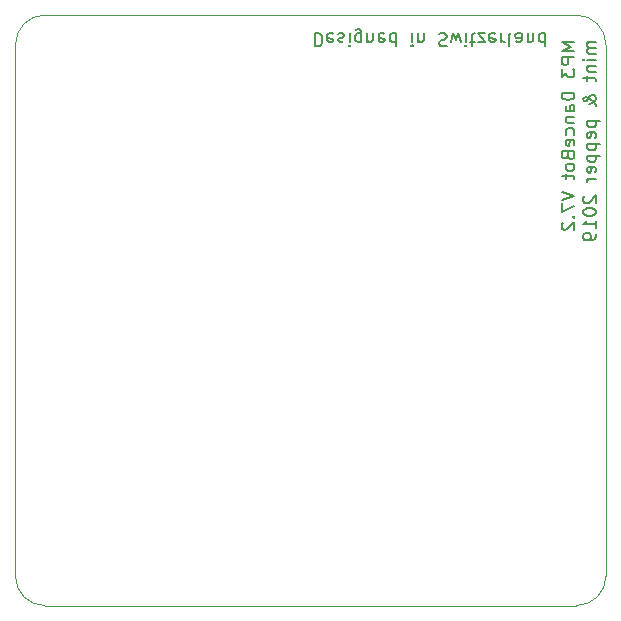
<source format=gbr>
G04 #@! TF.GenerationSoftware,KiCad,Pcbnew,(5.1.4)-1*
G04 #@! TF.CreationDate,2019-12-16T12:13:05+01:00*
G04 #@! TF.ProjectId,dancebots-pcb,64616e63-6562-46f7-9473-2d7063622e6b,rev?*
G04 #@! TF.SameCoordinates,PX5f5e100PY8f0d180*
G04 #@! TF.FileFunction,Legend,Bot*
G04 #@! TF.FilePolarity,Positive*
%FSLAX46Y46*%
G04 Gerber Fmt 4.6, Leading zero omitted, Abs format (unit mm)*
G04 Created by KiCad (PCBNEW (5.1.4)-1) date 2019-12-16 12:13:05*
%MOMM*%
%LPD*%
G04 APERTURE LIST*
%ADD10C,0.170000*%
%ADD11C,0.100000*%
G04 APERTURE END LIST*
D10*
X25357142Y48447620D02*
X25357142Y47347620D01*
X25619047Y47347620D01*
X25776190Y47400000D01*
X25880952Y47504762D01*
X25933333Y47609524D01*
X25985714Y47819048D01*
X25985714Y47976191D01*
X25933333Y48185715D01*
X25880952Y48290477D01*
X25776190Y48395239D01*
X25619047Y48447620D01*
X25357142Y48447620D01*
X26876190Y48395239D02*
X26771428Y48447620D01*
X26561904Y48447620D01*
X26457142Y48395239D01*
X26404761Y48290477D01*
X26404761Y47871429D01*
X26457142Y47766667D01*
X26561904Y47714286D01*
X26771428Y47714286D01*
X26876190Y47766667D01*
X26928571Y47871429D01*
X26928571Y47976191D01*
X26404761Y48080953D01*
X27347619Y48395239D02*
X27452380Y48447620D01*
X27661904Y48447620D01*
X27766666Y48395239D01*
X27819047Y48290477D01*
X27819047Y48238096D01*
X27766666Y48133334D01*
X27661904Y48080953D01*
X27504761Y48080953D01*
X27400000Y48028572D01*
X27347619Y47923810D01*
X27347619Y47871429D01*
X27400000Y47766667D01*
X27504761Y47714286D01*
X27661904Y47714286D01*
X27766666Y47766667D01*
X28290476Y48447620D02*
X28290476Y47714286D01*
X28290476Y47347620D02*
X28238095Y47400000D01*
X28290476Y47452381D01*
X28342857Y47400000D01*
X28290476Y47347620D01*
X28290476Y47452381D01*
X29285714Y47714286D02*
X29285714Y48604762D01*
X29233333Y48709524D01*
X29180952Y48761905D01*
X29076190Y48814286D01*
X28919047Y48814286D01*
X28814285Y48761905D01*
X29285714Y48395239D02*
X29180952Y48447620D01*
X28971428Y48447620D01*
X28866666Y48395239D01*
X28814285Y48342858D01*
X28761904Y48238096D01*
X28761904Y47923810D01*
X28814285Y47819048D01*
X28866666Y47766667D01*
X28971428Y47714286D01*
X29180952Y47714286D01*
X29285714Y47766667D01*
X29809523Y47714286D02*
X29809523Y48447620D01*
X29809523Y47819048D02*
X29861904Y47766667D01*
X29966666Y47714286D01*
X30123809Y47714286D01*
X30228571Y47766667D01*
X30280952Y47871429D01*
X30280952Y48447620D01*
X31223809Y48395239D02*
X31119047Y48447620D01*
X30909523Y48447620D01*
X30804761Y48395239D01*
X30752380Y48290477D01*
X30752380Y47871429D01*
X30804761Y47766667D01*
X30909523Y47714286D01*
X31119047Y47714286D01*
X31223809Y47766667D01*
X31276190Y47871429D01*
X31276190Y47976191D01*
X30752380Y48080953D01*
X32219047Y48447620D02*
X32219047Y47347620D01*
X32219047Y48395239D02*
X32114285Y48447620D01*
X31904761Y48447620D01*
X31800000Y48395239D01*
X31747619Y48342858D01*
X31695238Y48238096D01*
X31695238Y47923810D01*
X31747619Y47819048D01*
X31800000Y47766667D01*
X31904761Y47714286D01*
X32114285Y47714286D01*
X32219047Y47766667D01*
X33580952Y48447620D02*
X33580952Y47714286D01*
X33580952Y47347620D02*
X33528571Y47400000D01*
X33580952Y47452381D01*
X33633333Y47400000D01*
X33580952Y47347620D01*
X33580952Y47452381D01*
X34104761Y47714286D02*
X34104761Y48447620D01*
X34104761Y47819048D02*
X34157142Y47766667D01*
X34261904Y47714286D01*
X34419047Y47714286D01*
X34523809Y47766667D01*
X34576190Y47871429D01*
X34576190Y48447620D01*
X35885714Y48395239D02*
X36042857Y48447620D01*
X36304761Y48447620D01*
X36409523Y48395239D01*
X36461904Y48342858D01*
X36514285Y48238096D01*
X36514285Y48133334D01*
X36461904Y48028572D01*
X36409523Y47976191D01*
X36304761Y47923810D01*
X36095238Y47871429D01*
X35990476Y47819048D01*
X35938095Y47766667D01*
X35885714Y47661905D01*
X35885714Y47557143D01*
X35938095Y47452381D01*
X35990476Y47400000D01*
X36095238Y47347620D01*
X36357142Y47347620D01*
X36514285Y47400000D01*
X36880952Y47714286D02*
X37090476Y48447620D01*
X37300000Y47923810D01*
X37509523Y48447620D01*
X37719047Y47714286D01*
X38138095Y48447620D02*
X38138095Y47714286D01*
X38138095Y47347620D02*
X38085714Y47400000D01*
X38138095Y47452381D01*
X38190476Y47400000D01*
X38138095Y47347620D01*
X38138095Y47452381D01*
X38504761Y47714286D02*
X38923809Y47714286D01*
X38661904Y47347620D02*
X38661904Y48290477D01*
X38714285Y48395239D01*
X38819047Y48447620D01*
X38923809Y48447620D01*
X39185714Y47714286D02*
X39761904Y47714286D01*
X39185714Y48447620D01*
X39761904Y48447620D01*
X40600000Y48395239D02*
X40495238Y48447620D01*
X40285714Y48447620D01*
X40180952Y48395239D01*
X40128571Y48290477D01*
X40128571Y47871429D01*
X40180952Y47766667D01*
X40285714Y47714286D01*
X40495238Y47714286D01*
X40600000Y47766667D01*
X40652380Y47871429D01*
X40652380Y47976191D01*
X40128571Y48080953D01*
X41123809Y48447620D02*
X41123809Y47714286D01*
X41123809Y47923810D02*
X41176190Y47819048D01*
X41228571Y47766667D01*
X41333333Y47714286D01*
X41438095Y47714286D01*
X41961904Y48447620D02*
X41857142Y48395239D01*
X41804761Y48290477D01*
X41804761Y47347620D01*
X42852380Y48447620D02*
X42852380Y47871429D01*
X42800000Y47766667D01*
X42695238Y47714286D01*
X42485714Y47714286D01*
X42380952Y47766667D01*
X42852380Y48395239D02*
X42747619Y48447620D01*
X42485714Y48447620D01*
X42380952Y48395239D01*
X42328571Y48290477D01*
X42328571Y48185715D01*
X42380952Y48080953D01*
X42485714Y48028572D01*
X42747619Y48028572D01*
X42852380Y47976191D01*
X43376190Y47714286D02*
X43376190Y48447620D01*
X43376190Y47819048D02*
X43428571Y47766667D01*
X43533333Y47714286D01*
X43690476Y47714286D01*
X43795238Y47766667D01*
X43847619Y47871429D01*
X43847619Y48447620D01*
X44842857Y48447620D02*
X44842857Y47347620D01*
X44842857Y48395239D02*
X44738095Y48447620D01*
X44528571Y48447620D01*
X44423809Y48395239D01*
X44371428Y48342858D01*
X44319047Y48238096D01*
X44319047Y47923810D01*
X44371428Y47819048D01*
X44423809Y47766667D01*
X44528571Y47714286D01*
X44738095Y47714286D01*
X44842857Y47766667D01*
X47337619Y47677596D02*
X46237619Y47677596D01*
X47023333Y47310929D01*
X46237619Y46944262D01*
X47337619Y46944262D01*
X47337619Y46420453D02*
X46237619Y46420453D01*
X46237619Y46001405D01*
X46290000Y45896643D01*
X46342380Y45844262D01*
X46447142Y45791881D01*
X46604285Y45791881D01*
X46709047Y45844262D01*
X46761428Y45896643D01*
X46813809Y46001405D01*
X46813809Y46420453D01*
X46237619Y45425215D02*
X46237619Y44744262D01*
X46656666Y45110929D01*
X46656666Y44953786D01*
X46709047Y44849024D01*
X46761428Y44796643D01*
X46866190Y44744262D01*
X47128095Y44744262D01*
X47232857Y44796643D01*
X47285238Y44849024D01*
X47337619Y44953786D01*
X47337619Y45268072D01*
X47285238Y45372834D01*
X47232857Y45425215D01*
X47337619Y43434739D02*
X46237619Y43434739D01*
X46237619Y43172834D01*
X46290000Y43015691D01*
X46394761Y42910929D01*
X46499523Y42858548D01*
X46709047Y42806167D01*
X46866190Y42806167D01*
X47075714Y42858548D01*
X47180476Y42910929D01*
X47285238Y43015691D01*
X47337619Y43172834D01*
X47337619Y43434739D01*
X47337619Y41863310D02*
X46761428Y41863310D01*
X46656666Y41915691D01*
X46604285Y42020453D01*
X46604285Y42229977D01*
X46656666Y42334739D01*
X47285238Y41863310D02*
X47337619Y41968072D01*
X47337619Y42229977D01*
X47285238Y42334739D01*
X47180476Y42387120D01*
X47075714Y42387120D01*
X46970952Y42334739D01*
X46918571Y42229977D01*
X46918571Y41968072D01*
X46866190Y41863310D01*
X46604285Y41339500D02*
X47337619Y41339500D01*
X46709047Y41339500D02*
X46656666Y41287120D01*
X46604285Y41182358D01*
X46604285Y41025215D01*
X46656666Y40920453D01*
X46761428Y40868072D01*
X47337619Y40868072D01*
X47285238Y39872834D02*
X47337619Y39977596D01*
X47337619Y40187120D01*
X47285238Y40291881D01*
X47232857Y40344262D01*
X47128095Y40396643D01*
X46813809Y40396643D01*
X46709047Y40344262D01*
X46656666Y40291881D01*
X46604285Y40187120D01*
X46604285Y39977596D01*
X46656666Y39872834D01*
X47285238Y38982358D02*
X47337619Y39087120D01*
X47337619Y39296643D01*
X47285238Y39401405D01*
X47180476Y39453786D01*
X46761428Y39453786D01*
X46656666Y39401405D01*
X46604285Y39296643D01*
X46604285Y39087120D01*
X46656666Y38982358D01*
X46761428Y38929977D01*
X46866190Y38929977D01*
X46970952Y39453786D01*
X46761428Y38091881D02*
X46813809Y37934739D01*
X46866190Y37882358D01*
X46970952Y37829977D01*
X47128095Y37829977D01*
X47232857Y37882358D01*
X47285238Y37934739D01*
X47337619Y38039500D01*
X47337619Y38458548D01*
X46237619Y38458548D01*
X46237619Y38091881D01*
X46290000Y37987120D01*
X46342380Y37934739D01*
X46447142Y37882358D01*
X46551904Y37882358D01*
X46656666Y37934739D01*
X46709047Y37987120D01*
X46761428Y38091881D01*
X46761428Y38458548D01*
X47337619Y37201405D02*
X47285238Y37306167D01*
X47232857Y37358548D01*
X47128095Y37410929D01*
X46813809Y37410929D01*
X46709047Y37358548D01*
X46656666Y37306167D01*
X46604285Y37201405D01*
X46604285Y37044262D01*
X46656666Y36939500D01*
X46709047Y36887120D01*
X46813809Y36834739D01*
X47128095Y36834739D01*
X47232857Y36887120D01*
X47285238Y36939500D01*
X47337619Y37044262D01*
X47337619Y37201405D01*
X46604285Y36520453D02*
X46604285Y36101405D01*
X46237619Y36363310D02*
X47180476Y36363310D01*
X47285238Y36310929D01*
X47337619Y36206167D01*
X47337619Y36101405D01*
X46237619Y35053786D02*
X47337619Y34687120D01*
X46237619Y34320453D01*
X46237619Y34058548D02*
X46237619Y33325215D01*
X47337619Y33796643D01*
X47232857Y32906167D02*
X47285238Y32853786D01*
X47337619Y32906167D01*
X47285238Y32958548D01*
X47232857Y32906167D01*
X47337619Y32906167D01*
X46342380Y32434739D02*
X46290000Y32382358D01*
X46237619Y32277596D01*
X46237619Y32015691D01*
X46290000Y31910929D01*
X46342380Y31858548D01*
X46447142Y31806167D01*
X46551904Y31806167D01*
X46709047Y31858548D01*
X47337619Y32487120D01*
X47337619Y31806167D01*
X49157619Y47677596D02*
X48424285Y47677596D01*
X48529047Y47677596D02*
X48476666Y47625215D01*
X48424285Y47520453D01*
X48424285Y47363310D01*
X48476666Y47258548D01*
X48581428Y47206167D01*
X49157619Y47206167D01*
X48581428Y47206167D02*
X48476666Y47153786D01*
X48424285Y47049024D01*
X48424285Y46891881D01*
X48476666Y46787120D01*
X48581428Y46734739D01*
X49157619Y46734739D01*
X49157619Y46210929D02*
X48424285Y46210929D01*
X48057619Y46210929D02*
X48110000Y46263310D01*
X48162380Y46210929D01*
X48110000Y46158548D01*
X48057619Y46210929D01*
X48162380Y46210929D01*
X48424285Y45687120D02*
X49157619Y45687120D01*
X48529047Y45687120D02*
X48476666Y45634739D01*
X48424285Y45529977D01*
X48424285Y45372834D01*
X48476666Y45268072D01*
X48581428Y45215691D01*
X49157619Y45215691D01*
X48424285Y44849024D02*
X48424285Y44429977D01*
X48057619Y44691881D02*
X49000476Y44691881D01*
X49105238Y44639500D01*
X49157619Y44534739D01*
X49157619Y44429977D01*
X49157619Y42334739D02*
X49157619Y42387120D01*
X49105238Y42491881D01*
X48948095Y42649024D01*
X48633809Y42910929D01*
X48476666Y43015691D01*
X48319523Y43068072D01*
X48214761Y43068072D01*
X48110000Y43015691D01*
X48057619Y42910929D01*
X48057619Y42858548D01*
X48110000Y42753786D01*
X48214761Y42701405D01*
X48267142Y42701405D01*
X48371904Y42753786D01*
X48424285Y42806167D01*
X48633809Y43120453D01*
X48686190Y43172834D01*
X48790952Y43225215D01*
X48948095Y43225215D01*
X49052857Y43172834D01*
X49105238Y43120453D01*
X49157619Y43015691D01*
X49157619Y42858548D01*
X49105238Y42753786D01*
X49052857Y42701405D01*
X48843333Y42544262D01*
X48686190Y42491881D01*
X48581428Y42491881D01*
X48424285Y41025215D02*
X49524285Y41025215D01*
X48476666Y41025215D02*
X48424285Y40920453D01*
X48424285Y40710929D01*
X48476666Y40606167D01*
X48529047Y40553786D01*
X48633809Y40501405D01*
X48948095Y40501405D01*
X49052857Y40553786D01*
X49105238Y40606167D01*
X49157619Y40710929D01*
X49157619Y40920453D01*
X49105238Y41025215D01*
X49105238Y39610929D02*
X49157619Y39715691D01*
X49157619Y39925215D01*
X49105238Y40029977D01*
X49000476Y40082358D01*
X48581428Y40082358D01*
X48476666Y40029977D01*
X48424285Y39925215D01*
X48424285Y39715691D01*
X48476666Y39610929D01*
X48581428Y39558548D01*
X48686190Y39558548D01*
X48790952Y40082358D01*
X48424285Y39087120D02*
X49524285Y39087120D01*
X48476666Y39087120D02*
X48424285Y38982358D01*
X48424285Y38772834D01*
X48476666Y38668072D01*
X48529047Y38615691D01*
X48633809Y38563310D01*
X48948095Y38563310D01*
X49052857Y38615691D01*
X49105238Y38668072D01*
X49157619Y38772834D01*
X49157619Y38982358D01*
X49105238Y39087120D01*
X48424285Y38091881D02*
X49524285Y38091881D01*
X48476666Y38091881D02*
X48424285Y37987120D01*
X48424285Y37777596D01*
X48476666Y37672834D01*
X48529047Y37620453D01*
X48633809Y37568072D01*
X48948095Y37568072D01*
X49052857Y37620453D01*
X49105238Y37672834D01*
X49157619Y37777596D01*
X49157619Y37987120D01*
X49105238Y38091881D01*
X49105238Y36677596D02*
X49157619Y36782358D01*
X49157619Y36991881D01*
X49105238Y37096643D01*
X49000476Y37149024D01*
X48581428Y37149024D01*
X48476666Y37096643D01*
X48424285Y36991881D01*
X48424285Y36782358D01*
X48476666Y36677596D01*
X48581428Y36625215D01*
X48686190Y36625215D01*
X48790952Y37149024D01*
X49157619Y36153786D02*
X48424285Y36153786D01*
X48633809Y36153786D02*
X48529047Y36101405D01*
X48476666Y36049024D01*
X48424285Y35944262D01*
X48424285Y35839500D01*
X48162380Y34687120D02*
X48110000Y34634739D01*
X48057619Y34529977D01*
X48057619Y34268072D01*
X48110000Y34163310D01*
X48162380Y34110929D01*
X48267142Y34058548D01*
X48371904Y34058548D01*
X48529047Y34110929D01*
X49157619Y34739500D01*
X49157619Y34058548D01*
X48057619Y33377596D02*
X48057619Y33272834D01*
X48110000Y33168072D01*
X48162380Y33115691D01*
X48267142Y33063310D01*
X48476666Y33010929D01*
X48738571Y33010929D01*
X48948095Y33063310D01*
X49052857Y33115691D01*
X49105238Y33168072D01*
X49157619Y33272834D01*
X49157619Y33377596D01*
X49105238Y33482358D01*
X49052857Y33534739D01*
X48948095Y33587120D01*
X48738571Y33639500D01*
X48476666Y33639500D01*
X48267142Y33587120D01*
X48162380Y33534739D01*
X48110000Y33482358D01*
X48057619Y33377596D01*
X49157619Y31963310D02*
X49157619Y32591881D01*
X49157619Y32277596D02*
X48057619Y32277596D01*
X48214761Y32382358D01*
X48319523Y32487120D01*
X48371904Y32591881D01*
X49157619Y31439500D02*
X49157619Y31229977D01*
X49105238Y31125215D01*
X49052857Y31072834D01*
X48895714Y30968072D01*
X48686190Y30915691D01*
X48267142Y30915691D01*
X48162380Y30968072D01*
X48110000Y31020453D01*
X48057619Y31125215D01*
X48057619Y31334739D01*
X48110000Y31439500D01*
X48162380Y31491881D01*
X48267142Y31544262D01*
X48529047Y31544262D01*
X48633809Y31491881D01*
X48686190Y31439500D01*
X48738571Y31334739D01*
X48738571Y31125215D01*
X48686190Y31020453D01*
X48633809Y30968072D01*
X48529047Y30915691D01*
D11*
X0Y2500000D02*
G75*
G03X2500000Y0I2500000J0D01*
G01*
X47500000Y0D02*
G75*
G03X50000000Y2500000I0J2500000D01*
G01*
X50000000Y2500000D02*
X50000000Y47500000D01*
X2500000Y0D02*
X47500000Y0D01*
X0Y47500000D02*
X0Y2500000D01*
X50000000Y47500000D02*
G75*
G03X47500000Y50000000I-2500000J0D01*
G01*
X2500000Y50000000D02*
G75*
G03X0Y47500000I0J-2500000D01*
G01*
X2500000Y50000000D02*
X47500000Y50000000D01*
M02*

</source>
